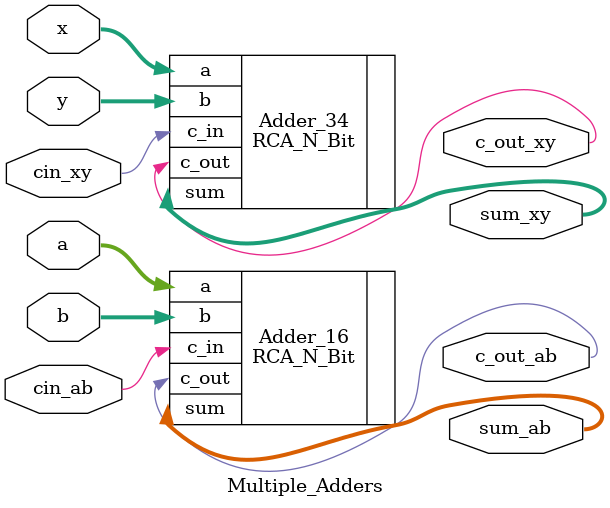
<source format=v>
`timescale 1ns / 1ps


module Multiple_Adders(
input [15:0]a,b,
input cin_ab,
output [15:0]sum_ab,
output c_out_ab,

input [33:0]x,y,
input cin_xy,
output [33:0]sum_xy,
output c_out_xy

    );
    
 //Just instanitial RCA_N_Bit modulr and pass parameter from here.
 RCA_N_Bit #(16) Adder_16 
 ( .a(a),.b(b),.c_in(cin_ab), .sum(sum_ab), .c_out(c_out_ab)
  );
  
  
  RCA_N_Bit #(34) Adder_34 
   ( .a(x),.b(y),.c_in(cin_xy), .sum(sum_xy), .c_out(c_out_xy)
    );
endmodule

</source>
